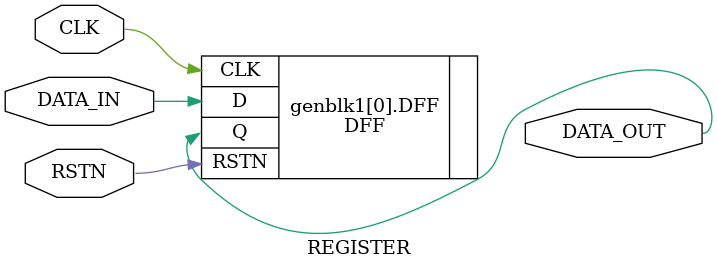
<source format=sv>
`timescale 1ns/100ps

module REGISTER
#(
    parameter DATA_WIDTH = 1
)
(
    input                   CLK,
    input                   RSTN,
    input [DATA_WIDTH-1:0]  DATA_IN,
    output [DATA_WIDTH-1:0] DATA_OUT
);

    // Generate the register the structural way
    generate
        for(genvar gdx = 0; gdx < DATA_WIDTH; gdx++) begin
            DFF DFF (
                .CLK    (CLK),
                .RSTN   (RSTN),
                .D      (DATA_IN[gdx]),
                .Q      (DATA_OUT[gdx])
            );
        end
    endgenerate
endmodule

</source>
